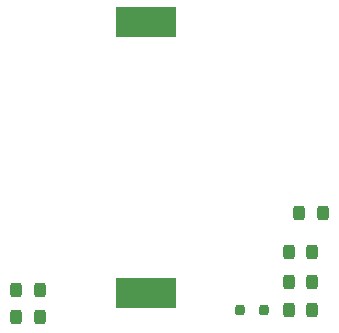
<source format=gbp>
G04 Layer_Color=128*
%FSLAX25Y25*%
%MOIN*%
G70*
G01*
G75*
G04:AMPARAMS|DCode=13|XSize=39.37mil|YSize=49.21mil|CornerRadius=9.84mil|HoleSize=0mil|Usage=FLASHONLY|Rotation=0.000|XOffset=0mil|YOffset=0mil|HoleType=Round|Shape=RoundedRectangle|*
%AMROUNDEDRECTD13*
21,1,0.03937,0.02953,0,0,0.0*
21,1,0.01969,0.04921,0,0,0.0*
1,1,0.01969,0.00984,-0.01476*
1,1,0.01969,-0.00984,-0.01476*
1,1,0.01969,-0.00984,0.01476*
1,1,0.01969,0.00984,0.01476*
%
%ADD13ROUNDEDRECTD13*%
%ADD36R,0.20079X0.09843*%
G04:AMPARAMS|DCode=37|XSize=31.5mil|YSize=35.43mil|CornerRadius=7.87mil|HoleSize=0mil|Usage=FLASHONLY|Rotation=180.000|XOffset=0mil|YOffset=0mil|HoleType=Round|Shape=RoundedRectangle|*
%AMROUNDEDRECTD37*
21,1,0.03150,0.01969,0,0,180.0*
21,1,0.01575,0.03543,0,0,180.0*
1,1,0.01575,-0.00787,0.00984*
1,1,0.01575,0.00787,0.00984*
1,1,0.01575,0.00787,-0.00984*
1,1,0.01575,-0.00787,-0.00984*
%
%ADD37ROUNDEDRECTD37*%
D13*
X100787Y36614D02*
D03*
X108661D02*
D03*
X100787Y46457D02*
D03*
X108661D02*
D03*
X100787Y27165D02*
D03*
X108661D02*
D03*
X104331Y59449D02*
D03*
X112205D02*
D03*
X9843Y33858D02*
D03*
X17717D02*
D03*
X9843Y24803D02*
D03*
X17717D02*
D03*
D36*
X53051Y32972D02*
D03*
Y123130D02*
D03*
D37*
X92646Y27165D02*
D03*
X84646D02*
D03*
M02*

</source>
